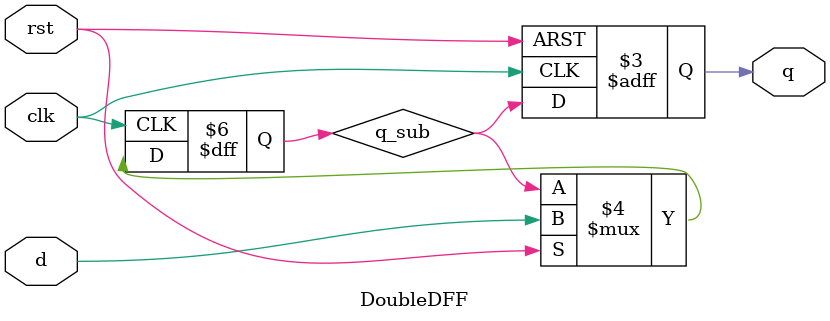
<source format=v>
module DoubleDFF(rst, clk, d, q);
input rst, clk, d;
output reg q;
reg q_sub;

always@(negedge rst, posedge clk)
if(!rst) q <= 0;
else
begin
	q_sub <= d;
	q <= q_sub;
end
endmodule

</source>
